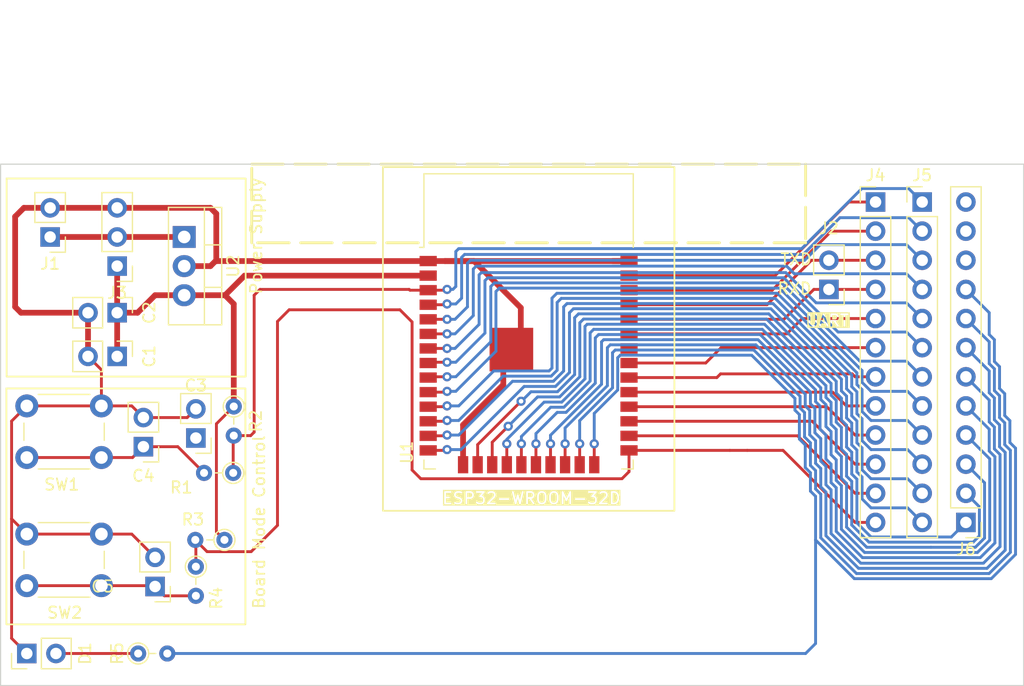
<source format=kicad_pcb>
(kicad_pcb (version 20221018) (generator pcbnew)
  (layers (0 "F.Cu" signal) (31 "B.Cu" signal) (34 "B.Paste" user) (35 "F.Paste" user) (36 "B.SilkS" user "B.Silkscreen") (37 "F.SilkS" user "F.Silkscreen") (38 "B.Mask" user) (39 "F.Mask" user) (44 "Edge.Cuts" user))
  (net 0 "")
  (net 1 "+3V3")
  (net 2 "GND")
  (net 3 "Net-(C4-Pad1)")
  (net 4 "Net-(C5-Pad1)")
  (net 5 "Net-(D1-A)")
  (net 7 "Net-(J2-Pin_2)")
  (net 8 "Net-(J2-Pin_1)")
  (net 9 "Net-(J1-Pin_1)")
  (net 10 "Net-(J4-Pin_1)")
  (net 11 "Net-(J4-Pin_2)")
  (net 12 "Net-(J4-Pin_5)")
  (net 13 "Net-(J4-Pin_6)")
  (net 14 "Net-(J4-Pin_7)")
  (net 15 "Net-(J4-Pin_8)")
  (net 16 "Net-(J4-Pin_9)")
  (net 17 "Net-(J4-Pin_10)")
  (net 18 "Net-(J4-Pin_11)")
  (net 19 "Net-(J4-Pin_12)")
  (net 20 "Net-(J5-Pin_3)")
  (net 21 "Net-(J5-Pin_4)")
  (net 22 "Net-(J5-Pin_5)")
  (net 23 "Net-(J5-Pin_6)")
  (net 24 "Net-(J5-Pin_7)")
  (net 25 "Net-(J5-Pin_8)")
  (net 26 "Net-(J5-Pin_9)")
  (net 27 "Net-(J5-Pin_10)")
  (net 28 "Net-(J5-Pin_11)")
  (net 29 "Net-(J5-Pin_12)")
  (net 30 "Net-(J5-Pin_1)")
  (net 31 "Net-(J5-Pin_2)")
  (net 32 "Net-(J6-Pin_1)")
  (net 33 "Net-(J6-Pin_2)")
  (net 34 "Net-(J6-Pin_3)")
  (net 35 "Net-(J6-Pin_4)")
  (net 36 "Net-(J6-Pin_5)")
  (net 37 "Net-(J6-Pin_6)")
  (net 38 "Net-(J6-Pin_7)")
  (net 39 "Net-(J6-Pin_8)")
  (net 40 "Net-(J6-Pin_9)")
  (footprint "Resistor_THT:R_Axial_DIN0204_L3.6mm_D1.6mm_P2.54mm_Vertical" (layer "F.Cu") (at 91.49 101.092)
    (fp_text reference "R5")
    (fp_text value "5K")
  )
  (footprint "Connector_PinHeader_2.54mm:PinHeader_1x02_P2.54mm_Vertical" (layer "F.Cu") (at 83.82 64.77 180)
    (fp_text reference "J1")
    (fp_text value "PWR IN")
  )
  (footprint "Connector_PinHeader_2.54mm:PinHeader_1x02_P2.54mm_Vertical" (layer "F.Cu") (at 89.662 75.184 -90)
    (fp_text reference "C1")
    (fp_text value "100uF")
  )
  (footprint "Connector_PinHeader_2.54mm:PinHeader_1x02_P2.54mm_Vertical" (layer "F.Cu") (at 151.682 69.342 180)
    (fp_text reference "J2")
    (fp_text value "UART")
  )
  (footprint "Library:ESP32-WROOM-32D_Alex" (layer "F.Cu") (at 125.514 75.12)
    (fp_text reference "U1")
    (fp_text value "ESP32-WROOM-32")
  )
  (footprint "Button_Switch_THT:SW_PUSH_6mm" (layer "F.Cu") (at 81.788 90.678)
    (fp_text reference "SW2")
    (fp_text value "Flash")
  )
  (footprint "Resistor_THT:R_Axial_DIN0204_L3.6mm_D1.6mm_P2.54mm_Vertical" (layer "F.Cu") (at 99.822 79.552 -90)
    (fp_text reference "R2")
    (fp_text value "3K3")
  )
  (footprint "Connector_PinHeader_2.54mm:PinHeader_1x02_P2.54mm_Vertical" (layer "F.Cu") (at 91.948 83.058 180)
    (fp_text reference "C4")
    (fp_text value "1nF")
  )
  (footprint "Package_TO_SOT_THT:TO-220-3_Vertical" (layer "F.Cu") (at 95.504 64.77 -90)
    (fp_text reference "U2")
    (fp_text value "LM7803_TO220")
  )
  (footprint "Connector_PinHeader_2.54mm:PinHeader_1x02_P2.54mm_Vertical" (layer "F.Cu") (at 96.52 82.301 180)
    (fp_text reference "C3")
    (fp_text value "10uF")
  )
  (footprint "Resistor_THT:R_Axial_DIN0204_L3.6mm_D1.6mm_P2.54mm_Vertical" (layer "F.Cu") (at 99.01 91.186 180)
    (fp_text reference "R3")
    (fp_text value "5K")
  )
  (footprint "Connector_PinHeader_2.54mm:PinHeader_1x12_P2.54mm_Vertical" (layer "F.Cu") (at 163.62 89.662 180)
    (fp_text reference "J6")
    (fp_text value "GPIO")
  )
  (footprint "Connector_PinHeader_2.54mm:PinHeader_1x03_P2.54mm_Vertical" (layer "F.Cu") (at 89.662 67.31 180)
    (fp_text reference "J3")
    (fp_text value "PWR OUT")
  )
  (footprint "Resistor_THT:R_Axial_DIN0204_L3.6mm_D1.6mm_P2.54mm_Vertical" (layer "F.Cu") (at 99.772 85.344 180)
    (fp_text reference "R1")
    (fp_text value "470R")
  )
  (footprint "Connector_PinHeader_2.54mm:PinHeader_1x12_P2.54mm_Vertical" (layer "F.Cu") (at 159.81 61.722)
    (fp_text reference "J5")
    (fp_text value "GPIO")
  )
  (footprint "Connector_PinHeader_2.54mm:PinHeader_1x02_P2.54mm_Vertical" (layer "F.Cu") (at 81.788 101.092 90)
    (fp_text reference "D1")
    (fp_text value "LED")
  )
  (footprint "Resistor_THT:R_Axial_DIN0204_L3.6mm_D1.6mm_P2.54mm_Vertical" (layer "F.Cu") (at 96.52 93.522 -90)
    (fp_text reference "R4")
    (fp_text value "470R")
  )
  (footprint "Connector_PinHeader_2.54mm:PinHeader_1x02_P2.54mm_Vertical" (layer "F.Cu") (at 89.662 71.374 -90)
    (fp_text reference "C2")
    (fp_text value "1uF")
  )
  (footprint "Button_Switch_THT:SW_PUSH_6mm" (layer "F.Cu") (at 81.788 79.502)
    (fp_text reference "SW1")
    (fp_text value "Reset")
  )
  (footprint "Connector_PinHeader_2.54mm:PinHeader_1x02_P2.54mm_Vertical" (layer "F.Cu") (at 92.964 95.25 180)
    (fp_text reference "C5")
    (fp_text value "1nF")
  )
  (footprint "Connector_PinHeader_2.54mm:PinHeader_1x12_P2.54mm_Vertical" (layer "F.Cu") (at 155.746 61.722)
    (fp_text reference "J4")
    (fp_text value "GPIO")
  )
  (gr_rect (start 80.01 77.978) (end 100.838 98.552) (stroke (width 0.15)) (fill none) (layer "F.SilkS"))
  (gr_rect (start 101.39 58.42) (end 149.65 65.278) (stroke (width 0.25) (type dash)) (fill none) (layer "F.SilkS"))
  (gr_rect (start 80.03 59.67) (end 100.858 76.942) (stroke (width 0.15)) (fill none) (layer "F.SilkS"))
  (gr_rect (start 112.82 58.674) (end 138.22 88.646) (stroke (width 0.15)) (fill none) (layer "F.SilkS"))
  (gr_rect (start 79.502 58.42) (end 168.656 103.886) (stroke (width 0.1)) (fill none) (layer "Edge.Cuts"))
  (gr_text "TXD" (at 147.364 67.31) (layer "F.SilkS") (effects (font (size 1 1)) (justify left bottom)))
  (gr_text "UART" (at 149.65 72.644) (layer "F.SilkS" knockout) (effects (font (size 1 1)) (justify left bottom)))
  (gr_text "ESP32-WROOM-32D" (at 117.9 88.138) (layer "F.SilkS" knockout) (effects (font (size 1 1)) (justify left bottom)))
  (gr_text "RXD" (at 147.11 69.85) (layer "F.SilkS") (effects (font (size 1 1)) (justify left bottom)))
  (gr_text "Board Mode Control" (at 102.616 97.282 90) (layer "F.SilkS") (effects (font (size 1 1)) (justify left bottom)))
  (gr_text "Power Supply" (at 102.362 69.85 90) (layer "F.SilkS") (effects (font (size 1 1)) (justify left bottom)))
  (segment (start 89.662 71.374) (end 89.662 75.184) (width 0.5) (layer "F.Cu") (net 1))
  (segment (start 98.31 81.064) (end 99.822 79.552) (width 0.25) (layer "F.Cu") (net 1))
  (segment (start 95.758 70.104) (end 95.504 69.85) (width 0.5) (layer "F.Cu") (net 1))
  (segment (start 98.31 90.486) (end 98.31 81.064) (width 0.25) (layer "F.Cu") (net 1))
  (segment (start 92.964 69.85) (end 91.44 71.374) (width 0.5) (layer "F.Cu") (net 1))
  (segment (start 99.06 69.85) (end 100.77 68.14) (width 0.5) (layer "F.Cu") (net 1))
  (segment (start 95.504 69.85) (end 99.06 69.85) (width 0.5) (layer "F.Cu") (net 1))
  (segment (start 116.764 68.14) (end 100.77 68.14) (width 0.5) (layer "F.Cu") (net 1))
  (segment (start 91.44 71.374) (end 89.662 71.374) (width 0.5) (layer "F.Cu") (net 1))
  (segment (start 99.822 79.552) (end 99.822 70.612) (width 0.5) (layer "F.Cu") (net 1))
  (segment (start 89.662 67.31) (end 89.662 71.374) (width 0.5) (layer "F.Cu") (net 1))
  (segment (start 99.01 91.186) (end 98.31 90.486) (width 0.25) (layer "F.Cu") (net 1))
  (segment (start 99.822 70.612) (end 99.06 69.85) (width 0.5) (layer "F.Cu") (net 1))
  (segment (start 95.504 69.85) (end 92.964 69.85) (width 0.5) (layer "F.Cu") (net 1))
  (segment (start 80.772 62.992) (end 81.534 62.23) (width 0.5) (layer "F.Cu") (net 2))
  (segment (start 81.28 71.374) (end 80.772 70.866) (width 0.5) (layer "F.Cu") (net 2))
  (segment (start 88.288 79.502) (end 88.288 76.35) (width 0.25) (layer "F.Cu") (net 2))
  (segment (start 81.788 101.092) (end 80.463 99.767) (width 0.25) (layer "F.Cu") (net 2))
  (segment (start 88.288 90.678) (end 81.788 90.678) (width 0.25) (layer "F.Cu") (net 2))
  (segment (start 88.288 79.502) (end 90.932 79.502) (width 0.25) (layer "F.Cu") (net 2))
  (segment (start 87.122 71.374) (end 81.28 71.374) (width 0.5) (layer "F.Cu") (net 2))
  (segment (start 123.309 73.4475) (end 123.309 74.9725) (width 0.25) (layer "F.Cu") (net 2))
  (segment (start 116.764 66.87) (end 98.366 66.87) (width 0.5) (layer "F.Cu") (net 2))
  (segment (start 80.463 89.353) (end 80.463 80.827) (width 0.25) (layer "F.Cu") (net 2))
  (segment (start 90.932 90.678) (end 88.288 90.678) (width 0.25) (layer "F.Cu") (net 2))
  (segment (start 81.534 62.23) (end 83.82 62.23) (width 0.5) (layer "F.Cu") (net 2))
  (segment (start 134.264 66.87) (end 132.818 66.87) (width 0.5) (layer "F.Cu") (net 2))
  (segment (start 80.463 80.827) (end 81.788 79.502) (width 0.25) (layer "F.Cu") (net 2))
  (segment (start 134.264 66.87) (end 118.222 66.87) (width 0.5) (layer "F.Cu") (net 2))
  (segment (start 119.804 84.63) (end 119.804 81.154) (width 0.5) (layer "F.Cu") (net 2))
  (segment (start 119.804 81.154) (end 123.309 77.649) (width 0.5) (layer "F.Cu") (net 2))
  (segment (start 80.463 99.767) (end 80.463 89.353) (width 0.25) (layer "F.Cu") (net 2))
  (segment (start 98.298 62.738) (end 98.298 66.802) (width 0.5) (layer "F.Cu") (net 2))
  (segment (start 80.772 70.866) (end 80.772 62.992) (width 0.5) (layer "F.Cu") (net 2))
  (segment (start 124.834 70.942) (end 124.834 73.4475) (width 0.5) (layer "F.Cu") (net 2))
  (segment (start 90.932 79.502) (end 91.948 80.518) (width 0.25) (layer "F.Cu") (net 2))
  (segment (start 92.964 92.71) (end 90.932 90.678) (width 0.25) (layer "F.Cu") (net 2))
  (segment (start 81.788 79.502) (end 88.288 79.502) (width 0.25) (layer "F.Cu") (net 2))
  (segment (start 97.79 62.23) (end 98.298 62.738) (width 0.5) (layer "F.Cu") (net 2))
  (segment (start 95.763 80.518) (end 96.52 79.761) (width 0.25) (layer "F.Cu") (net 2))
  (segment (start 97.79 67.31) (end 95.504 67.31) (width 0.5) (layer "F.Cu") (net 2))
  (segment (start 83.82 62.23) (end 97.79 62.23) (width 0.5) (layer "F.Cu") (net 2))
  (segment (start 118.222 66.87) (end 120.762 66.87) (width 0.5) (layer "F.Cu") (net 2))
  (segment (start 91.948 80.518) (end 95.763 80.518) (width 0.25) (layer "F.Cu") (net 2))
  (segment (start 88.288 76.35) (end 87.122 75.184) (width 0.25) (layer "F.Cu") (net 2))
  (segment (start 98.366 66.87) (end 98.298 66.802) (width 0.5) (layer "F.Cu") (net 2))
  (segment (start 98.298 66.802) (end 97.79 67.31) (width 0.5) (layer "F.Cu") (net 2))
  (segment (start 123.309 74.9725) (end 124.0715 75.735) (width 0.25) (layer "F.Cu") (net 2))
  (segment (start 87.122 71.374) (end 87.122 75.184) (width 0.5) (layer "F.Cu") (net 2))
  (segment (start 120.762 66.87) (end 124.834 70.942) (width 0.5) (layer "F.Cu") (net 2))
  (segment (start 123.309 77.649) (end 123.309 75.735) (width 0.5) (layer "F.Cu") (net 2))
  (segment (start 116.764 66.87) (end 118.222 66.87) (width 0.5) (layer "F.Cu") (net 2))
  (segment (start 81.788 90.678) (end 80.463 89.353) (width 0.25) (layer "F.Cu") (net 2))
  (segment (start 88.288 84.002) (end 91.004 84.002) (width 0.25) (layer "F.Cu") (net 3))
  (segment (start 94.946 83.058) (end 97.232 85.344) (width 0.25) (layer "F.Cu") (net 3))
  (segment (start 91.948 83.058) (end 94.946 83.058) (width 0.25) (layer "F.Cu") (net 3))
  (segment (start 91.004 84.002) (end 91.948 83.058) (width 0.25) (layer "F.Cu") (net 3))
  (segment (start 81.788 84.002) (end 88.288 84.002) (width 0.25) (layer "F.Cu") (net 3))
  (segment (start 96.52 96.062) (end 93.776 96.062) (width 0.25) (layer "F.Cu") (net 4))
  (segment (start 81.788 95.178) (end 88.288 95.178) (width 0.25) (layer "F.Cu") (net 4))
  (segment (start 92.892 95.178) (end 92.964 95.25) (width 0.25) (layer "F.Cu") (net 4))
  (segment (start 93.776 96.062) (end 92.964 95.25) (width 0.25) (layer "F.Cu") (net 4))
  (segment (start 88.288 95.178) (end 92.892 95.178) (width 0.25) (layer "F.Cu") (net 4))
  (segment (start 84.328 101.092) (end 91.49 101.092) (width 0.25) (layer "F.Cu") (net 5))
  (segment (start 151.682 66.802) (end 150.160792 66.802) (width 0.25) (layer "F.Cu") (net 7))
  (segment (start 150.160792 66.802) (end 146.282792 70.68) (width 0.25) (layer "F.Cu") (net 7))
  (segment (start 155.746 66.802) (end 151.682 66.802) (width 0.25) (layer "F.Cu") (net 7))
  (segment (start 146.282792 70.68) (end 134.264 70.68) (width 0.25) (layer "F.Cu") (net 7))
  (segment (start 150.368 69.342) (end 147.76 71.95) (width 0.25) (layer "F.Cu") (net 8))
  (segment (start 151.682 69.342) (end 150.368 69.342) (width 0.25) (layer "F.Cu") (net 8))
  (segment (start 155.746 69.342) (end 151.682 69.342) (width 0.25) (layer "F.Cu") (net 8))
  (segment (start 147.76 71.95) (end 134.264 71.95) (width 0.25) (layer "F.Cu") (net 8))
  (segment (start 83.82 64.77) (end 89.662 64.77) (width 0.5) (layer "F.Cu") (net 9))
  (segment (start 89.662 64.77) (end 95.504 64.77) (width 0.5) (layer "F.Cu") (net 9))
  (segment (start 153.416 61.722) (end 146.998 68.14) (width 0.25) (layer "F.Cu") (net 10))
  (segment (start 146.998 68.14) (end 134.264 68.14) (width 0.25) (layer "F.Cu") (net 10))
  (segment (start 155.746 61.722) (end 153.416 61.722) (width 0.25) (layer "F.Cu") (net 10))
  (segment (start 155.746 64.262) (end 151.892 64.262) (width 0.25) (layer "F.Cu") (net 11))
  (segment (start 146.744 69.41) (end 134.264 69.41) (width 0.25) (layer "F.Cu") (net 11))
  (segment (start 151.892 64.262) (end 146.744 69.41) (width 0.25) (layer "F.Cu") (net 11))
  (segment (start 134.264 73.22) (end 148.014 73.22) (width 0.25) (layer "F.Cu") (net 12))
  (segment (start 148.014 73.22) (end 149.352 71.882) (width 0.25) (layer "F.Cu") (net 12))
  (segment (start 149.352 71.882) (end 155.746 71.882) (width 0.25) (layer "F.Cu") (net 12))
  (segment (start 140.946 75.76) (end 134.264 75.76) (width 0.25) (layer "F.Cu") (net 13))
  (segment (start 142.284 74.422) (end 140.946 75.76) (width 0.25) (layer "F.Cu") (net 13))
  (segment (start 155.746 74.422) (end 142.284 74.422) (width 0.25) (layer "F.Cu") (net 13))
  (segment (start 153.968 76.962) (end 155.746 76.962) (width 0.25) (layer "F.Cu") (net 14))
  (segment (start 142.24 76.708) (end 153.714 76.708) (width 0.25) (layer "F.Cu") (net 14))
  (segment (start 134.264 77.03) (end 141.918 77.03) (width 0.25) (layer "F.Cu") (net 14))
  (segment (start 153.714 76.708) (end 153.968 76.962) (width 0.25) (layer "F.Cu") (net 14))
  (segment (start 141.918 77.03) (end 142.24 76.708) (width 0.25) (layer "F.Cu") (net 14))
  (segment (start 155.746 79.502) (end 153.206 79.502) (width 0.25) (layer "F.Cu") (net 15))
  (segment (start 153.206 79.502) (end 152.004 78.3) (width 0.25) (layer "F.Cu") (net 15))
  (segment (start 152.004 78.3) (end 134.264 78.3) (width 0.25) (layer "F.Cu") (net 15))
  (segment (start 155.746 82.042) (end 153.968 82.042) (width 0.25) (layer "F.Cu") (net 16))
  (segment (start 153.968 82.042) (end 151.496 79.57) (width 0.25) (layer "F.Cu") (net 16))
  (segment (start 151.496 79.57) (end 134.264 79.57) (width 0.25) (layer "F.Cu") (net 16))
  (segment (start 155.746 84.582) (end 153.968 84.582) (width 0.25) (layer "F.Cu") (net 17))
  (segment (start 153.968 84.582) (end 150.226 80.84) (width 0.25) (layer "F.Cu") (net 17))
  (segment (start 150.226 80.84) (end 134.264 80.84) (width 0.25) (layer "F.Cu") (net 17))
  (segment (start 148.956 82.11) (end 134.264 82.11) (width 0.25) (layer "F.Cu") (net 18))
  (segment (start 155.746 87.122) (end 153.968 87.122) (width 0.25) (layer "F.Cu") (net 18))
  (segment (start 153.968 87.122) (end 148.956 82.11) (width 0.25) (layer "F.Cu") (net 18))
  (segment (start 116.122 85.852) (end 115.36 85.09) (width 0.25) (layer "F.Cu") (net 19))
  (segment (start 104.648 71.12) (end 103.632 72.136) (width 0.25) (layer "F.Cu") (net 19))
  (segment (start 103.632 89.916) (end 101.337 92.211) (width 0.25) (layer "F.Cu") (net 19))
  (segment (start 97.495 92.211) (end 96.47 91.186) (width 0.25) (layer "F.Cu") (net 19))
  (segment (start 96.52 91.236) (end 96.47 91.186) (width 0.25) (layer "F.Cu") (net 19))
  (segment (start 103.632 72.136) (end 103.632 89.916) (width 0.25) (layer "F.Cu") (net 19))
  (segment (start 101.337 92.211) (end 97.495 92.211) (width 0.25) (layer "F.Cu") (net 19))
  (segment (start 115.36 85.09) (end 115.36 72.18) (width 0.25) (layer "F.Cu") (net 19))
  (segment (start 134.264 85.236) (end 133.648 85.852) (width 0.25) (layer "F.Cu") (net 19))
  (segment (start 144.57 83.38) (end 143.046 83.38) (width 0.25) (layer "F.Cu") (net 19))
  (segment (start 153.968 89.662) (end 147.686 83.38) (width 0.25) (layer "F.Cu") (net 19))
  (segment (start 114.3 71.12) (end 104.648 71.12) (width 0.25) (layer "F.Cu") (net 19))
  (segment (start 115.36 72.18) (end 114.3 71.12) (width 0.25) (layer "F.Cu") (net 19))
  (segment (start 133.648 85.852) (end 116.122 85.852) (width 0.25) (layer "F.Cu") (net 19))
  (segment (start 143.046 83.38) (end 134.264 83.38) (width 0.25) (layer "F.Cu") (net 19))
  (segment (start 147.686 83.38) (end 144.57 83.38) (width 0.25) (layer "F.Cu") (net 19))
  (segment (start 155.746 89.662) (end 153.968 89.662) (width 0.25) (layer "F.Cu") (net 19))
  (segment (start 96.52 93.522) (end 96.52 91.236) (width 0.25) (layer "F.Cu") (net 19))
  (segment (start 134.264 83.38) (end 134.264 85.236) (width 0.25) (layer "F.Cu") (net 19))
  (segment (start 118.408 71.95) (end 116.764 71.95) (width 0.25) (layer "F.Cu") (net 20))
  (via (at 118.408 71.95) (size 0.8) (drill 0.4) (layers "F.Cu" "B.Cu") (net 20))
  (segment (start 150.932181 65.437) (end 158.445 65.437) (width 0.25) (layer "B.Cu") (net 20))
  (segment (start 119.102 71.95) (end 120.186 70.866) (width 0.25) (layer "B.Cu") (net 20))
  (segment (start 120.186 67.056) (end 120.44 66.802) (width 0.25) (layer "B.Cu") (net 20))
  (segment (start 158.445 65.437) (end 159.81 66.802) (width 0.25) (layer "B.Cu") (net 20))
  (segment (start 149.567181 66.802) (end 150.932181 65.437) (width 0.25) (layer "B.Cu") (net 20))
  (segment (start 120.44 66.802) (end 149.567181 66.802) (width 0.25) (layer "B.Cu") (net 20))
  (segment (start 120.186 70.866) (end 120.186 67.056) (width 0.25) (layer "B.Cu") (net 20))
  (segment (start 118.408 71.95) (end 119.102 71.95) (width 0.25) (layer "B.Cu") (net 20))
  (segment (start 118.408 73.22) (end 116.764 73.22) (width 0.25) (layer "F.Cu") (net 21))
  (via (at 118.408 73.22) (size 0.8) (drill 0.4) (layers "F.Cu" "B.Cu") (net 21))
  (segment (start 119.102 73.22) (end 120.694 71.628) (width 0.25) (layer "B.Cu") (net 21))
  (segment (start 148.000396 67.31) (end 148.667396 67.977) (width 0.25) (layer "B.Cu") (net 21))
  (segment (start 158.445 67.977) (end 159.81 69.342) (width 0.25) (layer "B.Cu") (net 21))
  (segment (start 120.948 67.31) (end 148.000396 67.31) (width 0.25) (layer "B.Cu") (net 21))
  (segment (start 120.694 71.628) (end 120.694 67.564) (width 0.25) (layer "B.Cu") (net 21))
  (segment (start 120.694 67.564) (end 120.948 67.31) (width 0.25) (layer "B.Cu") (net 21))
  (segment (start 118.408 73.22) (end 119.102 73.22) (width 0.25) (layer "B.Cu") (net 21))
  (segment (start 148.667396 67.977) (end 158.445 67.977) (width 0.25) (layer "B.Cu") (net 21))
  (segment (start 118.408 74.49) (end 116.764 74.49) (width 0.25) (layer "F.Cu") (net 22))
  (via (at 118.408 74.49) (size 0.8) (drill 0.4) (layers "F.Cu" "B.Cu") (net 22))
  (segment (start 121.398 67.876) (end 147.93 67.876) (width 0.25) (layer "B.Cu") (net 22))
  (segment (start 118.408 74.49) (end 119.102 74.49) (width 0.25) (layer "B.Cu") (net 22))
  (segment (start 119.102 74.49) (end 121.202 72.39) (width 0.25) (layer "B.Cu") (net 22))
  (segment (start 150.571 70.517) (end 158.445 70.517) (width 0.25) (layer "B.Cu") (net 22))
  (segment (start 158.445 70.517) (end 159.81 71.882) (width 0.25) (layer "B.Cu") (net 22))
  (segment (start 147.93 67.876) (end 150.571 70.517) (width 0.25) (layer "B.Cu") (net 22))
  (segment (start 121.202 72.39) (end 121.202 68.072) (width 0.25) (layer "B.Cu") (net 22))
  (segment (start 121.202 68.072) (end 121.398 67.876) (width 0.25) (layer "B.Cu") (net 22))
  (segment (start 118.408 75.692) (end 116.832 75.692) (width 0.25) (layer "F.Cu") (net 23))
  (segment (start 116.832 75.692) (end 116.764 75.76) (width 0.25) (layer "F.Cu") (net 23))
  (via (at 118.408 75.692) (size 0.8) (drill 0.4) (layers "F.Cu" "B.Cu") (net 23))
  (segment (start 121.71 68.58) (end 121.71 73.152) (width 0.25) (layer "B.Cu") (net 23))
  (segment (start 121.964 68.326) (end 121.71 68.58) (width 0.25) (layer "B.Cu") (net 23))
  (segment (start 152.474604 73.057) (end 147.743604 68.326) (width 0.25) (layer "B.Cu") (net 23))
  (segment (start 119.17 75.692) (end 118.408 75.692) (width 0.25) (layer "B.Cu") (net 23))
  (segment (start 121.71 73.152) (end 119.17 75.692) (width 0.25) (layer "B.Cu") (net 23))
  (segment (start 159.81 74.422) (end 158.445 73.057) (width 0.25) (layer "B.Cu") (net 23))
  (segment (start 158.445 73.057) (end 152.474604 73.057) (width 0.25) (layer "B.Cu") (net 23))
  (segment (start 147.743604 68.326) (end 121.964 68.326) (width 0.25) (layer "B.Cu") (net 23))
  (segment (start 118.408 76.962) (end 116.832 76.962) (width 0.25) (layer "F.Cu") (net 24))
  (segment (start 116.832 76.962) (end 116.764 77.03) (width 0.25) (layer "F.Cu") (net 24))
  (via (at 118.408 76.962) (size 0.8) (drill 0.4) (layers "F.Cu" "B.Cu") (net 24))
  (segment (start 122.53 68.776) (end 122.218 69.088) (width 0.25) (layer "B.Cu") (net 24))
  (segment (start 122.218 73.914) (end 119.17 76.962) (width 0.25) (layer "B.Cu") (net 24))
  (segment (start 122.218 69.088) (end 122.218 73.914) (width 0.25) (layer "B.Cu") (net 24))
  (segment (start 154.378208 75.597) (end 147.557208 68.776) (width 0.25) (layer "B.Cu") (net 24))
  (segment (start 119.17 76.962) (end 118.408 76.962) (width 0.25) (layer "B.Cu") (net 24))
  (segment (start 159.81 76.962) (end 158.445 75.597) (width 0.25) (layer "B.Cu") (net 24))
  (segment (start 147.557208 68.776) (end 122.53 68.776) (width 0.25) (layer "B.Cu") (net 24))
  (segment (start 158.445 75.597) (end 154.378208 75.597) (width 0.25) (layer "B.Cu") (net 24))
  (segment (start 118.408 78.232) (end 118.34 78.3) (width 0.25) (layer "F.Cu") (net 25))
  (segment (start 118.34 78.3) (end 116.764 78.3) (width 0.25) (layer "F.Cu") (net 25))
  (via (at 118.408 78.232) (size 0.8) (drill 0.4) (layers "F.Cu" "B.Cu") (net 25))
  (segment (start 154.571 76.426188) (end 154.571 77.448701) (width 0.25) (layer "B.Cu") (net 25))
  (segment (start 155.354299 78.232) (end 158.54 78.232) (width 0.25) (layer "B.Cu") (net 25))
  (segment (start 154.571 77.448701) (end 155.354299 78.232) (width 0.25) (layer "B.Cu") (net 25))
  (segment (start 119.17 78.232) (end 122.668 74.734) (width 0.25) (layer "B.Cu") (net 25))
  (segment (start 122.668 69.528396) (end 122.970396 69.226) (width 0.25) (layer "B.Cu") (net 25))
  (segment (start 122.668 74.734) (end 122.668 69.528396) (width 0.25) (layer "B.Cu") (net 25))
  (segment (start 158.54 78.232) (end 159.81 79.502) (width 0.25) (layer "B.Cu") (net 25))
  (segment (start 147.370812 69.226) (end 154.571 76.426188) (width 0.25) (layer "B.Cu") (net 25))
  (segment (start 118.408 78.232) (end 119.17 78.232) (width 0.25) (layer "B.Cu") (net 25))
  (segment (start 122.970396 69.226) (end 147.370812 69.226) (width 0.25) (layer "B.Cu") (net 25))
  (segment (start 116.764 79.57) (end 118.34 79.57) (width 0.25) (layer "F.Cu") (net 26))
  (segment (start 118.34 79.57) (end 118.408 79.502) (width 0.25) (layer "F.Cu") (net 26))
  (via (at 118.408 79.502) (size 0.8) (drill 0.4) (layers "F.Cu" "B.Cu") (net 26))
  (segment (start 154.571 78.085097) (end 154.571 79.988701) (width 0.25) (layer "B.Cu") (net 26))
  (segment (start 154.121 76.612584) (end 154.121 77.635097) (width 0.25) (layer "B.Cu") (net 26))
  (segment (start 147.184416 69.676) (end 154.121 76.612584) (width 0.25) (layer "B.Cu") (net 26))
  (segment (start 127.552 70.104) (end 127.98 69.676) (width 0.25) (layer "B.Cu") (net 26))
  (segment (start 155.354299 80.772) (end 158.54 80.772) (width 0.25) (layer "B.Cu") (net 26))
  (segment (start 127.552 76.2) (end 127.552 70.104) (width 0.25) (layer "B.Cu") (net 26))
  (segment (start 119.424 79.502) (end 122.472 76.454) (width 0.25) (layer "B.Cu") (net 26))
  (segment (start 118.408 79.502) (end 119.424 79.502) (width 0.25) (layer "B.Cu") (net 26))
  (segment (start 158.54 80.772) (end 159.81 82.042) (width 0.25) (layer "B.Cu") (net 26))
  (segment (start 122.472 76.454) (end 127.298 76.454) (width 0.25) (layer "B.Cu") (net 26))
  (segment (start 127.298 76.454) (end 127.552 76.2) (width 0.25) (layer "B.Cu") (net 26))
  (segment (start 154.121 77.635097) (end 154.571 78.085097) (width 0.25) (layer "B.Cu") (net 26))
  (segment (start 154.571 79.988701) (end 155.354299 80.772) (width 0.25) (layer "B.Cu") (net 26))
  (segment (start 127.98 69.676) (end 147.184416 69.676) (width 0.25) (layer "B.Cu") (net 26))
  (segment (start 116.764 80.84) (end 118.34 80.84) (width 0.25) (layer "F.Cu") (net 27))
  (segment (start 116.95 81.026) (end 116.764 80.84) (width 0.25) (layer "F.Cu") (net 27))
  (segment (start 118.34 80.84) (end 118.408 80.772) (width 0.25) (layer "F.Cu") (net 27))
  (via (at 118.408 80.772) (size 0.8) (drill 0.4) (layers "F.Cu" "B.Cu") (net 27))
  (segment (start 127.484396 76.904) (end 128.002 76.386396) (width 0.25) (layer "B.Cu") (net 27))
  (segment (start 154.121 80.175097) (end 154.571 80.625097) (width 0.25) (layer "B.Cu") (net 27))
  (segment (start 154.121 78.271493) (end 154.121 80.175097) (width 0.25) (layer "B.Cu") (net 27))
  (segment (start 155.354299 83.312) (end 158.54 83.312) (width 0.25) (layer "B.Cu") (net 27))
  (segment (start 146.99802 70.126) (end 153.671 76.79898) (width 0.25) (layer "B.Cu") (net 27))
  (segment (start 123.292 76.904) (end 127.484396 76.904) (width 0.25) (layer "B.Cu") (net 27))
  (segment (start 128.002 76.386396) (end 128.002 70.480198) (width 0.25) (layer "B.Cu") (net 27))
  (segment (start 153.671 76.79898) (end 153.671 77.821493) (width 0.25) (layer "B.Cu") (net 27))
  (segment (start 118.408 80.772) (end 119.424 80.772) (width 0.25) (layer "B.Cu") (net 27))
  (segment (start 158.54 83.312) (end 159.81 84.582) (width 0.25) (layer "B.Cu") (net 27))
  (segment (start 154.571 82.528701) (end 155.354299 83.312) (width 0.25) (layer "B.Cu") (net 27))
  (segment (start 128.356198 70.126) (end 146.99802 70.126) (width 0.25) (layer "B.Cu") (net 27))
  (segment (start 154.571 80.625097) (end 154.571 82.528701) (width 0.25) (layer "B.Cu") (net 27))
  (segment (start 119.424 80.772) (end 123.292 76.904) (width 0.25) (layer "B.Cu") (net 27))
  (segment (start 153.671 77.821493) (end 154.121 78.271493) (width 0.25) (layer "B.Cu") (net 27))
  (segment (start 128.002 70.480198) (end 128.356198 70.126) (width 0.25) (layer "B.Cu") (net 27))
  (segment (start 116.832 82.042) (end 116.764 82.11) (width 0.25) (layer "F.Cu") (net 28))
  (segment (start 116.764 82.11) (end 118.34 82.11) (width 0.25) (layer "F.Cu") (net 28))
  (segment (start 118.34 82.11) (end 118.408 82.042) (width 0.25) (layer "F.Cu") (net 28))
  (via (at 118.408 82.042) (size 0.8) (drill 0.4) (layers "F.Cu" "B.Cu") (net 28))
  (segment (start 119.424 82.042) (end 124.112 77.354) (width 0.25) (layer "B.Cu") (net 28))
  (segment (start 128.568 70.866) (end 128.858 70.576) (width 0.25) (layer "B.Cu") (net 28))
  (segment (start 154.571 83.165097) (end 154.571 85.068701) (width 0.25) (layer "B.Cu") (net 28))
  (segment (start 154.121 82.715097) (end 154.571 83.165097) (width 0.25) (layer "B.Cu") (net 28))
  (segment (start 153.221 78.007889) (end 153.671 78.457889) (width 0.25) (layer "B.Cu") (net 28))
  (segment (start 153.221 76.985376) (end 153.221 78.007889) (width 0.25) (layer "B.Cu") (net 28))
  (segment (start 153.671 80.361493) (end 154.121 80.811493) (width 0.25) (layer "B.Cu") (net 28))
  (segment (start 153.671 78.457889) (end 153.671 80.361493) (width 0.25) (layer "B.Cu") (net 28))
  (segment (start 155.354299 85.852) (end 158.54 85.852) (width 0.25) (layer "B.Cu") (net 28))
  (segment (start 127.670792 77.354) (end 128.568 76.456792) (width 0.25) (layer "B.Cu") (net 28))
  (segment (start 128.858 70.576) (end 146.811624 70.576) (width 0.25) (layer "B.Cu") (net 28))
  (segment (start 118.408 82.042) (end 119.424 82.042) (width 0.25) (layer "B.Cu") (net 28))
  (segment (start 154.121 80.811493) (end 154.121 82.715097) (width 0.25) (layer "B.Cu") (net 28))
  (segment (start 146.811624 70.576) (end 153.221 76.985376) (width 0.25) (layer "B.Cu") (net 28))
  (segment (start 124.112 77.354) (end 127.670792 77.354) (width 0.25) (layer "B.Cu") (net 28))
  (segment (start 154.571 85.068701) (end 155.354299 85.852) (width 0.25) (layer "B.Cu") (net 28))
  (segment (start 128.568 76.456792) (end 128.568 70.866) (width 0.25) (layer "B.Cu") (net 28))
  (segment (start 158.54 85.852) (end 159.81 87.122) (width 0.25) (layer "B.Cu") (net 28))
  (segment (start 116.764 83.38) (end 118.34 83.38) (width 0.25) (layer "F.Cu") (net 29))
  (segment (start 118.34 83.38) (end 118.408 83.312) (width 0.25) (layer "F.Cu") (net 29))
  (via (at 118.408 83.312) (size 0.8) (drill 0.4) (layers "F.Cu" "B.Cu") (net 29))
  (segment (start 153.221 80.547889) (end 153.671 80.997889) (width 0.25) (layer "B.Cu") (net 29))
  (segment (start 119.6145 83.312) (end 125.1225 77.804) (width 0.25) (layer "B.Cu") (net 29))
  (segment (start 129.076 76.585188) (end 129.076 71.374) (width 0.25) (layer "B.Cu") (net 29))
  (segment (start 155.354299 88.392) (end 158.54 88.392) (width 0.25) (layer "B.Cu") (net 29))
  (segment (start 129.076 71.374) (end 129.424 71.026) (width 0.25) (layer "B.Cu") (net 29))
  (segment (start 118.408 83.312) (end 119.6145 83.312) (width 0.25) (layer "B.Cu") (net 29))
  (segment (start 152.771 77.171772) (end 152.771 78.194285) (width 0.25) (layer "B.Cu") (net 29))
  (segment (start 158.54 88.392) (end 159.81 89.662) (width 0.25) (layer "B.Cu") (net 29))
  (segment (start 153.671 80.997889) (end 153.671 82.901493) (width 0.25) (layer "B.Cu") (net 29))
  (segment (start 146.625228 71.026) (end 152.771 77.171772) (width 0.25) (layer "B.Cu") (net 29))
  (segment (start 153.671 82.901493) (end 154.121 83.351493) (width 0.25) (layer "B.Cu") (net 29))
  (segment (start 125.1225 77.804) (end 127.857188 77.804) (width 0.25) (layer "B.Cu") (net 29))
  (segment (start 154.571 85.705097) (end 154.571 87.608701) (width 0.25) (layer "B.Cu") (net 29))
  (segment (start 154.571 87.608701) (end 155.354299 88.392) (width 0.25) (layer "B.Cu") (net 29))
  (segment (start 154.121 83.351493) (end 154.121 85.255097) (width 0.25) (layer "B.Cu") (net 29))
  (segment (start 129.424 71.026) (end 146.625228 71.026) (width 0.25) (layer "B.Cu") (net 29))
  (segment (start 127.857188 77.804) (end 129.076 76.585188) (width 0.25) (layer "B.Cu") (net 29))
  (segment (start 153.221 78.644285) (end 153.221 80.547889) (width 0.25) (layer "B.Cu") (net 29))
  (segment (start 152.771 78.194285) (end 153.221 78.644285) (width 0.25) (layer "B.Cu") (net 29))
  (segment (start 154.121 85.255097) (end 154.571 85.705097) (width 0.25) (layer "B.Cu") (net 29))
  (segment (start 101.6 81.788) (end 101.6 69.85) (width 0.25) (layer "F.Cu") (net 30))
  (segment (start 99.613 82.301) (end 99.822 82.092) (width 0.25) (layer "F.Cu") (net 30))
  (segment (start 102.108 69.342) (end 115.106 69.342) (width 0.25) (layer "F.Cu") (net 30))
  (segment (start 118.408 69.342) (end 118.34 69.41) (width 0.25) (layer "F.Cu") (net 30))
  (segment (start 101.6 69.85) (end 102.108 69.342) (width 0.25) (layer "F.Cu") (net 30))
  (segment (start 99.772 85.344) (end 99.772 82.142) (width 0.25) (layer "F.Cu") (net 30))
  (segment (start 101.296 82.092) (end 101.6 81.788) (width 0.25) (layer "F.Cu") (net 30))
  (segment (start 115.106 69.342) (end 115.174 69.41) (width 0.25) (layer "F.Cu") (net 30))
  (segment (start 99.822 82.092) (end 101.296 82.092) (width 0.25) (layer "F.Cu") (net 30))
  (segment (start 118.34 69.41) (end 116.764 69.41) (width 0.25) (layer "F.Cu") (net 30))
  (segment (start 99.772 82.142) (end 99.822 82.092) (width 0.25) (layer "F.Cu") (net 30))
  (segment (start 115.174 69.41) (end 116.764 69.41) (width 0.25) (layer "F.Cu") (net 30))
  (via (at 118.408 69.342) (size 0.8) (drill 0.4) (layers "F.Cu" "B.Cu") (net 30))
  (segment (start 118.408 69.342) (end 118.916 69.342) (width 0.25) (layer "B.Cu") (net 30))
  (segment (start 119.17 69.088) (end 119.17 66.04) (width 0.25) (layer "B.Cu") (net 30))
  (segment (start 154.549389 60.547) (end 158.635 60.547) (width 0.25) (layer "B.Cu") (net 30))
  (segment (start 118.916 69.342) (end 119.17 69.088) (width 0.25) (layer "B.Cu") (net 30))
  (segment (start 149.310389 65.786) (end 154.549389 60.547) (width 0.25) (layer "B.Cu") (net 30))
  (segment (start 119.17 66.04) (end 119.424 65.786) (width 0.25) (layer "B.Cu") (net 30))
  (segment (start 119.424 65.786) (end 149.310389 65.786) (width 0.25) (layer "B.Cu") (net 30))
  (segment (start 158.635 60.547) (end 159.81 61.722) (width 0.25) (layer "B.Cu") (net 30))
  (segment (start 118.408 70.612) (end 118.34 70.68) (width 0.25) (layer "F.Cu") (net 31))
  (segment (start 118.34 70.68) (end 116.764 70.68) (width 0.25) (layer "F.Cu") (net 31))
  (via (at 118.408 70.612) (size 0.8) (drill 0.4) (layers "F.Cu" "B.Cu") (net 31))
  (segment (start 119.17 70.612) (end 119.678 70.104) (width 0.25) (layer "B.Cu") (net 31))
  (segment (start 152.645785 63.087) (end 158.635 63.087) (width 0.25) (layer "B.Cu") (net 31))
  (segment (start 119.932 66.294) (end 149.438785 66.294) (width 0.25) (layer "B.Cu") (net 31))
  (segment (start 158.635 63.087) (end 159.81 64.262) (width 0.25) (layer "B.Cu") (net 31))
  (segment (start 118.408 70.612) (end 119.17 70.612) (width 0.25) (layer "B.Cu") (net 31))
  (segment (start 149.438785 66.294) (end 152.645785 63.087) (width 0.25) (layer "B.Cu") (net 31))
  (segment (start 119.678 70.104) (end 119.678 66.548) (width 0.25) (layer "B.Cu") (net 31))
  (segment (start 119.678 66.548) (end 119.932 66.294) (width 0.25) (layer "B.Cu") (net 31))
  (segment (start 121.074 82.877806) (end 124.857903 79.093903) (width 0.25) (layer "F.Cu") (net 32))
  (segment (start 121.074 84.63) (end 121.074 82.877806) (width 0.25) (layer "F.Cu") (net 32))
  (via (at 124.857903 79.093903) (size 0.8) (drill 0.4) (layers "F.Cu" "B.Cu") (net 32))
  (segment (start 152.771 80.734285) (end 152.771 78.830681) (width 0.25) (layer "B.Cu") (net 32))
  (segment (start 129.863 71.476) (end 129.526 71.813) (width 0.25) (layer "B.Cu") (net 32))
  (segment (start 152.321 77.358168) (end 146.438832 71.476) (width 0.25) (layer "B.Cu") (net 32))
  (segment (start 128.029584 78.268) (end 125.719389 78.268) (width 0.25) (layer "B.Cu") (net 32))
  (segment (start 125.719389 78.268) (end 124.893486 79.093903) (width 0.25) (layer "B.Cu") (net 32))
  (segment (start 155.354299 90.932) (end 154.121 89.698701) (width 0.25) (layer "B.Cu") (net 32))
  (segment (start 153.671 83.537889) (end 153.221 83.087889) (width 0.25) (layer "B.Cu") (net 32))
  (segment (start 153.671 85.441493) (end 153.671 83.537889) (width 0.25) (layer "B.Cu") (net 32))
  (segment (start 146.438832 71.476) (end 129.863 71.476) (width 0.25) (layer "B.Cu") (net 32))
  (segment (start 154.121 85.891493) (end 153.671 85.441493) (width 0.25) (layer "B.Cu") (net 32))
  (segment (start 153.221 81.184285) (end 152.771 80.734285) (width 0.25) (layer "B.Cu") (net 32))
  (segment (start 124.893486 79.093903) (end 124.857903 79.093903) (width 0.25) (layer "B.Cu") (net 32))
  (segment (start 153.221 83.087889) (end 153.221 81.184285) (width 0.25) (layer "B.Cu") (net 32))
  (segment (start 129.526 76.771584) (end 128.029584 78.268) (width 0.25) (layer "B.Cu") (net 32))
  (segment (start 162.35 90.932) (end 155.354299 90.932) (width 0.25) (layer "B.Cu") (net 32))
  (segment (start 152.321 78.380681) (end 152.321 77.358168) (width 0.25) (layer "B.Cu") (net 32))
  (segment (start 129.526 71.813) (end 129.526 76.771584) (width 0.25) (layer "B.Cu") (net 32))
  (segment (start 163.62 89.662) (end 162.35 90.932) (width 0.25) (layer "B.Cu") (net 32))
  (segment (start 152.771 78.830681) (end 152.321 78.380681) (width 0.25) (layer "B.Cu") (net 32))
  (segment (start 154.121 89.698701) (end 154.121 85.891493) (width 0.25) (layer "B.Cu") (net 32))
  (segment (start 122.344 84.63) (end 122.344 82.668694) (width 0.25) (layer "F.Cu") (net 33))
  (segment (start 122.344 82.668694) (end 123.737347 81.275347) (width 0.25) (layer "F.Cu") (net 33))
  (via (at 123.737347 81.275347) (size 0.8) (drill 0.4) (layers "F.Cu" "B.Cu") (net 33))
  (segment (start 152.771 81.370681) (end 152.321 80.920681) (width 0.25) (layer "B.Cu") (net 33))
  (segment (start 153.221 83.724285) (end 152.771 83.274285) (width 0.25) (layer "B.Cu") (net 33))
  (segment (start 155.167903 91.382) (end 153.671 89.885097) (width 0.25) (layer "B.Cu") (net 33))
  (segment (start 153.671 89.885097) (end 153.671 86.077889) (width 0.25) (layer "B.Cu") (net 33))
  (segment (start 126.294694 78.718) (end 123.737347 81.275347) (width 0.25) (layer "B.Cu") (net 33))
  (segment (start 129.976 72.252) (end 129.976 76.95798) (width 0.25) (layer "B.Cu") (net 33))
  (segment (start 164.25 91.382) (end 155.167903 91.382) (width 0.25) (layer "B.Cu") (net 33))
  (segment (start 129.976 76.95798) (end 128.21598 78.718) (width 0.25) (layer "B.Cu") (net 33))
  (segment (start 151.871 77.544564) (end 146.252436 71.926) (width 0.25) (layer "B.Cu") (net 33))
  (segment (start 152.321 80.920681) (end 152.321 79.017077) (width 0.25) (layer "B.Cu") (net 33))
  (segment (start 164.795 90.837) (end 164.25 91.382) (width 0.25) (layer "B.Cu") (net 33))
  (segment (start 153.221 85.627889) (end 153.221 83.724285) (width 0.25) (layer "B.Cu") (net 33))
  (segment (start 146.252436 71.926) (end 130.302 71.926) (width 0.25) (layer "B.Cu") (net 33))
  (segment (start 163.62 87.122) (end 164.795 88.297) (width 0.25) (layer "B.Cu") (net 33))
  (segment (start 151.871 78.567077) (end 151.871 77.544564) (width 0.25) (layer "B.Cu") (net 33))
  (segment (start 153.671 86.077889) (end 153.221 85.627889) (width 0.25) (layer "B.Cu") (net 33))
  (segment (start 152.771 83.274285) (end 152.771 81.370681) (width 0.25) (layer "B.Cu") (net 33))
  (segment (start 130.302 71.926) (end 129.976 72.252) (width 0.25) (layer "B.Cu") (net 33))
  (segment (start 152.321 79.017077) (end 151.871 78.567077) (width 0.25) (layer "B.Cu") (net 33))
  (segment (start 128.21598 78.718) (end 126.294694 78.718) (width 0.25) (layer "B.Cu") (net 33))
  (segment (start 164.795 88.297) (end 164.795 90.837) (width 0.25) (layer "B.Cu") (net 33))
  (segment (start 123.614 82.804) (end 123.614 84.63) (width 0.25) (layer "F.Cu") (net 34))
  (via (at 123.614 82.804) (size 0.8) (drill 0.4) (layers "F.Cu" "B.Cu") (net 34))
  (segment (start 163.62 84.582) (end 165.245 86.207) (width 0.25) (layer "B.Cu") (net 34))
  (segment (start 154.981507 91.832) (end 160.574493 91.832) (width 0.25) (layer "B.Cu") (net 34))
  (segment (start 151.421 78.753473) (end 151.871 79.203473) (width 0.25) (layer "B.Cu") (net 34))
  (segment (start 164.436396 91.832) (end 160.572 91.832) (width 0.25) (layer "B.Cu") (net 34))
  (segment (start 151.421 77.73096) (end 151.421 78.753473) (width 0.25) (layer "B.Cu") (net 34))
  (segment (start 165.245 86.207) (end 165.245 91.023396) (width 0.25) (layer "B.Cu") (net 34))
  (segment (start 130.621698 72.376) (end 146.06604 72.376) (width 0.25) (layer "B.Cu") (net 34))
  (segment (start 152.771 83.910681) (end 152.771 85.814285) (width 0.25) (layer "B.Cu") (net 34))
  (segment (start 152.321 83.460681) (end 152.771 83.910681) (width 0.25) (layer "B.Cu") (net 34))
  (segment (start 151.871 79.203473) (end 151.871 81.107077) (width 0.25) (layer "B.Cu") (net 34))
  (segment (start 165.245 91.023396) (end 164.436396 91.832) (width 0.25) (layer "B.Cu") (net 34))
  (segment (start 153.221 86.264285) (end 153.221 90.071493) (width 0.25) (layer "B.Cu") (net 34))
  (segment (start 123.614 82.424) (end 126.87 79.168) (width 0.25) (layer "B.Cu") (net 34))
  (segment (start 146.06604 72.376) (end 151.421 77.73096) (width 0.25) (layer "B.Cu") (net 34))
  (segment (start 128.402376 79.168) (end 130.426 77.144376) (width 0.25) (layer "B.Cu") (net 34))
  (segment (start 130.426 72.571698) (end 130.621698 72.376) (width 0.25) (layer "B.Cu") (net 34))
  (segment (start 152.321 81.557077) (end 152.321 83.460681) (width 0.25) (layer "B.Cu") (net 34))
  (segment (start 151.871 81.107077) (end 152.321 81.557077) (width 0.25) (layer "B.Cu") (net 34))
  (segment (start 153.221 90.071493) (end 154.981507 91.832) (width 0.25) (layer "B.Cu") (net 34))
  (segment (start 123.614 82.804) (end 123.614 82.424) (width 0.25) (layer "B.Cu") (net 34))
  (segment (start 126.87 79.168) (end 128.402376 79.168) (width 0.25) (layer "B.Cu") (net 34))
  (segment (start 152.771 85.814285) (end 153.221 86.264285) (width 0.25) (layer "B.Cu") (net 34))
  (segment (start 130.426 77.144376) (end 130.426 72.571698) (width 0.25) (layer "B.Cu") (net 34))
  (segment (start 124.884 82.804) (end 124.884 84.63) (width 0.25) (layer "F.Cu") (net 35))
  (via (at 124.884 82.804) (size 0.8) (drill 0.4) (layers "F.Cu" "B.Cu") (net 35))
  (segment (start 130.876 77.330772) (end 128.588772 79.618) (width 0.25) (layer "B.Cu") (net 35))
  (segment (start 165.695 91.209792) (end 164.622792 92.282) (width 0.25) (layer "B.Cu") (net 35))
  (segment (start 128.588772 79.618) (end 127.436 79.618) (width 0.25) (layer "B.Cu") (net 35))
  (segment (start 131.18 72.826) (end 130.876 73.13) (width 0.25) (layer "B.Cu") (net 35))
  (segment (start 163.62 82.042) (end 165.695 84.117) (width 0.25) (layer "B.Cu") (net 35))
  (segment (start 152.321 86.000681) (end 152.321 84.205) (width 0.25) (layer "B.Cu") (net 35))
  (segment (start 145.879644 72.826) (end 131.18 72.826) (width 0.25) (layer "B.Cu") (net 35))
  (segment (start 151.421 81.293473) (end 151.421 79.389869) (width 0.25) (layer "B.Cu") (net 35))
  (segment (start 152.771 90.257889) (end 152.771 86.450681) (width 0.25) (layer "B.Cu") (net 35))
  (segment (start 150.971 78.939869) (end 150.971 77.917356) (width 0.25) (layer "B.Cu") (net 35))
  (segment (start 165.695 84.117) (end 165.695 91.209792) (width 0.25) (layer "B.Cu") (net 35))
  (segment (start 127.436 79.618) (end 124.884 82.17) (width 0.25) (layer "B.Cu") (net 35))
  (segment (start 130.876 73.13) (end 130.876 77.330772) (width 0.25) (layer "B.Cu") (net 35))
  (segment (start 151.421 79.389869) (end 150.971 78.939869) (width 0.25) (layer "B.Cu") (net 35))
  (segment (start 152.771 86.450681) (end 152.321 86.000681) (width 0.25) (layer "B.Cu") (net 35))
  (segment (start 154.795111 92.282) (end 152.771 90.257889) (width 0.25) (layer "B.Cu") (net 35))
  (segment (start 151.871 81.743473) (end 151.421 81.293473) (width 0.25) (layer "B.Cu") (net 35))
  (segment (start 164.622792 92.282) (end 154.795111 92.282) (width 0.25) (layer "B.Cu") (net 35))
  (segment (start 152.321 84.205) (end 151.871 83.755) (width 0.25) (layer "B.Cu") (net 35))
  (segment (start 124.884 82.17) (end 124.884 82.804) (width 0.25) (layer "B.Cu") (net 35))
  (segment (start 150.971 77.917356) (end 145.879644 72.826) (width 0.25) (layer "B.Cu") (net 35))
  (segment (start 151.871 83.755) (end 151.871 81.743473) (width 0.25) (layer "B.Cu") (net 35))
  (segment (start 126.154 82.804) (end 126.154 84.63) (width 0.25) (layer "F.Cu") (net 36))
  (via (at 126.154 82.804) (size 0.8) (drill 0.4) (layers "F.Cu" "B.Cu") (net 36))
  (segment (start 152.321 86.637077) (end 151.871 86.187077) (width 0.25) (layer "B.Cu") (net 36))
  (segment (start 165.652 83.437604) (end 166.145 83.930604) (width 0.25) (layer "B.Cu") (net 36))
  (segment (start 151.421 84.132) (end 151.421 82.042) (width 0.25) (layer "B.Cu") (net 36))
  (segment (start 126.154 81.916) (end 126.154 82.804) (width 0.25) (layer "B.Cu") (net 36))
  (segment (start 164.868 92.732) (end 154.608715 92.732) (width 0.25) (layer "B.Cu") (net 36))
  (segment (start 151.421 82.042) (end 150.908367 81.529367) (width 0.25) (layer "B.Cu") (net 36))
  (segment (start 166.145 91.455) (end 164.868 92.732) (width 0.25) (layer "B.Cu") (net 36))
  (segment (start 131.326 77.517168) (end 128.775168 80.068) (width 0.25) (layer "B.Cu") (net 36))
  (segment (start 163.62 79.502) (end 165.652 81.534) (width 0.25) (layer "B.Cu") (net 36))
  (segment (start 128.775168 80.068) (end 128.002 80.068) (width 0.25) (layer "B.Cu") (net 36))
  (segment (start 154.608715 92.732) (end 152.321 90.444285) (width 0.25) (layer "B.Cu") (net 36))
  (segment (start 151.871 86.187077) (end 151.871 84.582) (width 0.25) (layer "B.Cu") (net 36))
  (segment (start 150.908367 79.513632) (end 150.521 79.126265) (width 0.25) (layer "B.Cu") (net 36))
  (segment (start 151.871 84.582) (end 151.421 84.132) (width 0.25) (layer "B.Cu") (net 36))
  (segment (start 150.521 79.126265) (end 150.521 78.103752) (width 0.25) (layer "B.Cu") (net 36))
  (segment (start 145.693248 73.276) (end 131.619 73.276) (width 0.25) (layer "B.Cu") (net 36))
  (segment (start 131.326 73.569) (end 131.326 77.517168) (width 0.25) (layer "B.Cu") (net 36))
  (segment (start 166.145 83.930604) (end 166.145 91.455) (width 0.25) (layer "B.Cu") (net 36))
  (segment (start 131.619 73.276) (end 131.326 73.569) (width 0.25) (layer "B.Cu") (net 36))
  (segment (start 152.321 90.444285) (end 152.321 86.637077) (width 0.25) (layer "B.Cu") (net 36))
  (segment (start 150.908367 81.529367) (end 150.908367 79.513632) (width 0.25) (layer "B.Cu") (net 36))
  (segment (start 165.652 81.534) (end 165.652 83.437604) (width 0.25) (layer "B.Cu") (net 36))
  (segment (start 150.521 78.103752) (end 145.693248 73.276) (width 0.25) (layer "B.Cu") (net 36))
  (segment (start 128.002 80.068) (end 126.154 81.916) (width 0.25) (layer "B.Cu") (net 36))
  (segment (start 127.424 82.804) (end 127.424 84.63) (width 0.25) (layer "F.Cu") (net 37))
  (segment (start 127.552 84.502) (end 127.424 84.63) (width 0.25) (layer "F.Cu") (net 37))
  (via (at 127.424 82.804) (size 0.8) (drill 0.4) (layers "F.Cu" "B.Cu") (net 37))
  (segment (start 166.595 91.767) (end 165.144 93.218) (width 0.25) (layer "B.Cu") (net 37))
  (segment (start 132.058 73.726) (end 131.87 73.914) (width 0.25) (layer "B.Cu") (net 37))
  (segment (start 150.458367 81.834367) (end 150.458367 79.700028) (width 0.25) (layer "B.Cu") (net 37))
  (segment (start 150.071 78.290148) (end 145.506852 73.726) (width 0.25) (layer "B.Cu") (net 37))
  (segment (start 151.871 86.823473) (end 151.421 86.373473) (width 0.25) (layer "B.Cu") (net 37))
  (segment (start 165.652 78.994) (end 165.652 80.897604) (width 0.25) (layer "B.Cu") (net 37))
  (segment (start 151.421 86.373473) (end 151.421 84.768396) (width 0.25) (layer "B.Cu") (net 37))
  (segment (start 150.458367 79.700028) (end 150.071 79.312661) (width 0.25) (layer "B.Cu") (net 37))
  (segment (start 131.87 73.914) (end 131.87 77.609564) (width 0.25) (layer "B.Cu") (net 37))
  (segment (start 151.421 84.768396) (end 150.971 84.318396) (width 0.25) (layer "B.Cu") (net 37))
  (segment (start 151.871 90.630681) (end 151.871 86.823473) (width 0.25) (layer "B.Cu") (net 37))
  (segment (start 166.102 83.251208) (end 166.595 83.744208) (width 0.25) (layer "B.Cu") (net 37))
  (segment (start 150.071 79.312661) (end 150.071 78.290148) (width 0.25) (layer "B.Cu") (net 37))
  (segment (start 165.652 80.897604) (end 166.102 81.347604) (width 0.25) (layer "B.Cu") (net 37))
  (segment (start 165.144 93.218) (end 154.458319 93.218) (width 0.25) (layer "B.Cu") (net 37))
  (segment (start 154.458319 93.218) (end 151.871 90.630681) (width 0.25) (layer "B.Cu") (net 37))
  (segment (start 163.62 76.962) (end 165.652 78.994) (width 0.25) (layer "B.Cu") (net 37))
  (segment (start 131.87 77.609564) (end 127.424 82.055564) (width 0.25) (layer "B.Cu") (net 37))
  (segment (start 150.971 84.318396) (end 150.971 82.347) (width 0.25) (layer "B.Cu") (net 37))
  (segment (start 166.595 83.744208) (end 166.595 91.767) (width 0.25) (layer "B.Cu") (net 37))
  (segment (start 150.971 82.347) (end 150.458367 81.834367) (width 0.25) (layer "B.Cu") (net 37))
  (segment (start 145.506852 73.726) (end 132.058 73.726) (width 0.25) (layer "B.Cu") (net 37))
  (segment (start 127.424 82.055564) (end 127.424 82.804) (width 0.25) (layer "B.Cu") (net 37))
  (segment (start 166.102 81.347604) (end 166.102 83.251208) (width 0.25) (layer "B.Cu") (net 37))
  (segment (start 128.568 84.504) (end 128.694 84.63) (width 0.25) (layer "F.Cu") (net 38))
  (segment (start 128.694 82.804) (end 128.694 84.63) (width 0.25) (layer "F.Cu") (net 38))
  (via (at 128.694 82.804) (size 0.8) (drill 0.4) (layers "F.Cu" "B.Cu") (net 38))
  (segment (start 150.521 84.504792) (end 150.521 82.533396) (width 0.25) (layer "B.Cu") (net 38))
  (segment (start 149.621 78.476544) (end 145.320456 74.176) (width 0.25) (layer "B.Cu") (net 38))
  (segment (start 132.378 77.73796) (end 128.694 81.42196) (width 0.25) (layer "B.Cu") (net 38))
  (segment (start 166.552 83.064812) (end 167.045 83.557812) (width 0.25) (layer "B.Cu") (net 38))
  (segment (start 151.421 90.817077) (end 151.421 87.009869) (width 0.25) (layer "B.Cu") (net 38))
  (segment (start 132.378 74.422) (end 132.378 77.73796) (width 0.25) (layer "B.Cu") (net 38))
  (segment (start 149.621 79.499057) (end 149.621 78.476544) (width 0.25) (layer "B.Cu") (net 38))
  (segment (start 150.008367 82.020763) (end 150.008367 79.886424) (width 0.25) (layer "B.Cu") (net 38))
  (segment (start 150.521 82.533396) (end 150.008367 82.020763) (width 0.25) (layer "B.Cu") (net 38))
  (segment (start 151.421 87.009869) (end 150.971 86.559869) (width 0.25) (layer "B.Cu") (net 38))
  (segment (start 166.552 81.161208) (end 166.552 83.064812) (width 0.25) (layer "B.Cu") (net 38))
  (segment (start 150.971 86.559869) (end 150.971 84.954792) (width 0.25) (layer "B.Cu") (net 38))
  (segment (start 167.045 83.557812) (end 167.045 92.079) (width 0.25) (layer "B.Cu") (net 38))
  (segment (start 163.62 74.422) (end 165.652 76.454) (width 0.25) (layer "B.Cu") (net 38))
  (segment (start 165.456 93.668) (end 154.271923 93.668) (width 0.25) (layer "B.Cu") (net 38))
  (segment (start 132.624 74.176) (end 132.378 74.422) (width 0.25) (layer "B.Cu") (net 38))
  (segment (start 167.045 92.079) (end 165.456 93.668) (width 0.25) (layer "B.Cu") (net 38))
  (segment (start 166.102 78.807604) (end 166.102 80.711208) (width 0.25) (layer "B.Cu") (net 38))
  (segment (start 165.652 76.454) (end 165.652 78.357604) (width 0.25) (layer "B.Cu") (net 38))
  (segment (start 150.971 84.954792) (end 150.521 84.504792) (width 0.25) (layer "B.Cu") (net 38))
  (segment (start 166.102 80.711208) (end 166.552 81.161208) (width 0.25) (layer "B.Cu") (net 38))
  (segment (start 128.694 81.42196) (end 128.694 82.804) (width 0.25) (layer "B.Cu") (net 38))
  (segment (start 150.008367 79.886424) (end 149.621 79.499057) (width 0.25) (layer "B.Cu") (net 38))
  (segment (start 165.652 78.357604) (end 166.102 78.807604) (width 0.25) (layer "B.Cu") (net 38))
  (segment (start 145.320456 74.176) (end 132.624 74.176) (width 0.25) (layer "B.Cu") (net 38))
  (segment (start 154.271923 93.668) (end 151.421 90.817077) (width 0.25) (layer "B.Cu") (net 38))
  (segment (start 129.964 82.804) (end 129.964 84.63) (width 0.25) (layer "F.Cu") (net 39))
  (via (at 129.964 82.804) (size 0.8) (drill 0.4) (layers "F.Cu" "B.Cu") (net 39))
  (segment (start 150.521 85.141188) (end 150.071 84.691188) (width 0.25) (layer "B.Cu") (net 39))
  (segment (start 167.495 83.371416) (end 167.495 92.265396) (width 0.25) (layer "B.Cu") (net 39))
  (segment (start 132.828 77.924356) (end 129.964 80.788356) (width 0.25) (layer "B.Cu") (net 39))
  (segment (start 166.102 76.267604) (end 166.102 78.171208) (width 0.25) (layer "B.Cu") (net 39))
  (segment (start 165.652 73.914) (end 165.652 75.817604) (width 0.25) (layer "B.Cu") (net 39))
  (segment (start 129.964 80.788356) (end 129.964 82.804) (width 0.25) (layer "B.Cu") (net 39))
  (segment (start 166.552 78.621208) (end 166.552 80.524812) (width 0.25) (layer "B.Cu") (net 39))
  (segment (start 150.071 82.719792) (end 149.558367 82.207159) (width 0.25) (layer "B.Cu") (net 39))
  (segment (start 165.652 75.817604) (end 166.102 76.267604) (width 0.25) (layer "B.Cu") (net 39))
  (segment (start 163.62 71.882) (end 165.652 73.914) (width 0.25) (layer "B.Cu") (net 39))
  (segment (start 165.642396 94.118) (end 154.085527 94.118) (width 0.25) (layer "B.Cu") (net 39))
  (segment (start 150.071 84.691188) (end 150.071 82.719792) (width 0.25) (layer "B.Cu") (net 39))
  (segment (start 133.063 74.626) (end 132.828 74.861) (width 0.25) (layer "B.Cu") (net 39))
  (segment (start 145.13406 74.626) (end 133.063 74.626) (width 0.25) (layer "B.Cu") (net 39))
  (segment (start 166.102 78.171208) (end 166.552 78.621208) (width 0.25) (layer "B.Cu") (net 39))
  (segment (start 149.558367 80.07282) (end 149.171 79.685453) (width 0.25) (layer "B.Cu") (net 39))
  (segment (start 150.521 86.746265) (end 150.521 85.141188) (width 0.25) (layer "B.Cu") (net 39))
  (segment (start 167.495 92.265396) (end 165.642396 94.118) (width 0.25) (layer "B.Cu") (net 39))
  (segment (start 150.971 91.003473) (end 150.971 87.196265) (width 0.25) (layer "B.Cu") (net 39))
  (segment (start 167.002 80.974812) (end 167.002 82.878416) (width 0.25) (layer "B.Cu") (net 39))
  (segment (start 167.002 82.878416) (end 167.495 83.371416) (width 0.25) (layer "B.Cu") (net 39))
  (segment (start 149.171 79.685453) (end 149.171 78.66294) (width 0.25) (layer "B.Cu") (net 39))
  (segment (start 166.552 80.524812) (end 167.002 80.974812) (width 0.25) (layer "B.Cu") (net 39))
  (segment (start 154.085527 94.118) (end 150.971 91.003473) (width 0.25) (layer "B.Cu") (net 39))
  (segment (start 132.828 74.861) (end 132.828 77.924356) (width 0.25) (layer "B.Cu") (net 39))
  (segment (start 149.558367 82.207159) (end 149.558367 80.07282) (width 0.25) (layer "B.Cu") (net 39))
  (segment (start 150.971 87.196265) (end 150.521 86.746265) (width 0.25) (layer "B.Cu") (net 39))
  (segment (start 149.171 78.66294) (end 145.13406 74.626) (width 0.25) (layer "B.Cu") (net 39))
  (segment (start 131.234 82.804) (end 131.234 84.63) (width 0.25) (layer "F.Cu") (net 40))
  (via (at 131.234 82.804) (size 0.8) (drill 0.4) (layers "F.Cu" "B.Cu") (net 40))
  (segment (start 149.65 101.092) (end 150.521 100.221) (width 0.25) (layer "B.Cu") (net 40))
  (segment (start 149.108367 82.393555) (end 149.621 82.906188) (width 0.25) (layer "B.Cu") (net 40))
  (segment (start 144.947664 75.076) (end 148.721 78.849336) (width 0.25) (layer "B.Cu") (net 40))
  (segment (start 167.452 80.788416) (end 167.452 82.69202) (width 0.25) (layer "B.Cu") (net 40))
  (segment (start 167.002 78.434812) (end 167.002 80.338416) (width 0.25) (layer "B.Cu") (net 40))
  (segment (start 148.721 79.871849) (end 149.108367 80.259216) (width 0.25) (layer "B.Cu") (net 40))
  (segment (start 153.899131 94.568) (end 153.893565 94.562435) (width 0.25) (layer "B.Cu") (net 40))
  (segment (start 165.652 71.374) (end 165.652 73.277604) (width 0.25) (layer "B.Cu") (net 40))
  (segment (start 94.03 101.092) (end 149.65 101.092) (width 0.25) (layer "B.Cu") (net 40))
  (segment (start 167.945 92.451792) (end 165.828792 94.568) (width 0.25) (layer "B.Cu") (net 40))
  (segment (start 150.071 85.327584) (end 150.071 86.932661) (width 0.25) (layer "B.Cu") (net 40))
  (segment (start 148.721 78.849336) (end 148.721 79.871849) (width 0.25) (layer "B.Cu") (net 40))
  (segment (start 133.502 75.076) (end 144.947664 75.076) (width 0.25) (layer "B.Cu") (net 40))
  (segment (start 167.452 82.69202) (end 167.945 83.18502) (width 0.25) (layer "B.Cu") (net 40))
  (segment (start 149.621 82.906188) (end 149.621 84.877584) (width 0.25) (layer "B.Cu") (net 40))
  (segment (start 150.071 86.932661) (end 150.521 87.382661) (width 0.25) (layer "B.Cu") (net 40))
  (segment (start 131.234 80.154752) (end 133.278 78.110752) (width 0.25) (layer "B.Cu") (net 40))
  (segment (start 163.62 69.342) (end 165.652 71.374) (width 0.25) (layer "B.Cu") (net 40))
  (segment (start 149.621 84.877584) (end 150.071 85.327584) (width 0.25) (layer "B.Cu") (net 40))
  (segment (start 131.234 82.804) (end 131.234 80.154752) (width 0.25) (layer "B.Cu") (net 40))
  (segment (start 150.521 91.189869) (end 153.899131 94.568) (width 0.25) (layer "B.Cu") (net 40))
  (segment (start 167.945 83.18502) (end 167.945 92.451792) (width 0.25) (layer "B.Cu") (net 40))
  (segment (start 166.102 75.631208) (end 166.552 76.081208) (width 0.25) (layer "B.Cu") (net 40))
  (segment (start 133.278 78.110752) (end 133.278 75.3) (width 0.25) (layer "B.Cu") (net 40))
  (segment (start 167.002 80.338416) (end 167.452 80.788416) (width 0.25) (layer "B.Cu") (net 40))
  (segment (start 149.108367 80.259216) (end 149.108367 82.393555) (width 0.25) (layer "B.Cu") (net 40))
  (segment (start 166.552 76.081208) (end 166.552 77.984812) (width 0.25) (layer "B.Cu") (net 40))
  (segment (start 165.828792 94.568) (end 153.899131 94.568) (width 0.25) (layer "B.Cu") (net 40))
  (segment (start 165.652 73.277604) (end 166.102 73.727604) (width 0.25) (layer "B.Cu") (net 40))
  (segment (start 150.521 100.221) (end 150.521 91.189869) (width 0.25) (layer "B.Cu") (net 40))
  (segment (start 166.552 77.984812) (end 167.002 78.434812) (width 0.25) (layer "B.Cu") (net 40))
  (segment (start 150.521 87.382661) (end 150.521 91.189869) (width 0.25) (layer "B.Cu") (net 40))
  (segment (start 133.278 75.3) (end 133.502 75.076) (width 0.25) (layer "B.Cu") (net 40))
  (segment (start 166.102 73.727604) (end 166.102 75.631208) (width 0.25) (layer "B.Cu") (net 40))
)
</source>
